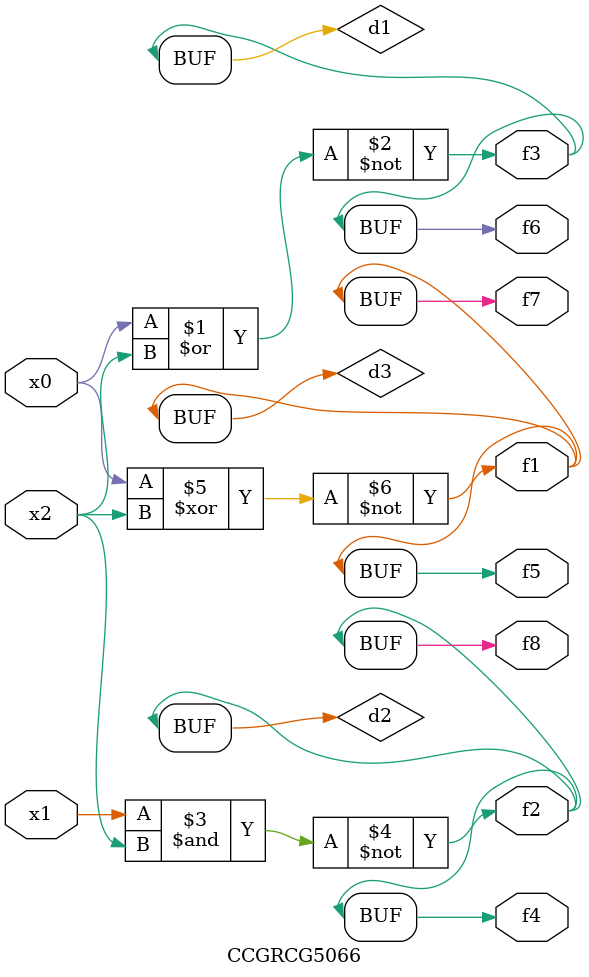
<source format=v>
module CCGRCG5066(
	input x0, x1, x2,
	output f1, f2, f3, f4, f5, f6, f7, f8
);

	wire d1, d2, d3;

	nor (d1, x0, x2);
	nand (d2, x1, x2);
	xnor (d3, x0, x2);
	assign f1 = d3;
	assign f2 = d2;
	assign f3 = d1;
	assign f4 = d2;
	assign f5 = d3;
	assign f6 = d1;
	assign f7 = d3;
	assign f8 = d2;
endmodule

</source>
